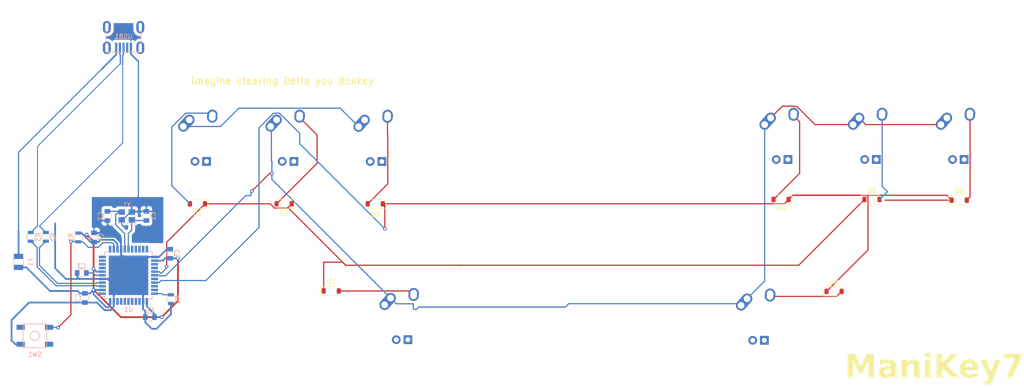
<source format=kicad_pcb>
(kicad_pcb (version 20221018) (generator pcbnew)
  (layers (0 "F.Cu" signal) (31 "B.Cu" signal) (34 "B.Paste" user) (35 "F.Paste" user) (36 "B.SilkS" user "B.Silkscreen") (37 "F.SilkS" user "F.Silkscreen") (38 "B.Mask" user) (39 "F.Mask" user) (44 "Edge.Cuts" user))
  (net 0 "")
  (net 1 "GND")
  (net 2 "+5V")
  (net 3 "ROW0")
  (net 4 "Net-(D1-A)")
  (net 5 "Net-(D2-A)")
  (net 6 "ROW1")
  (net 7 "Net-(D3-A)")
  (net 8 "Net-(D4-A)")
  (net 9 "VCC")
  (net 10 "COL2")
  (net 11 "COL1")
  (net 12 "D+")
  (net 13 "D-")
  (net 14 "Net-(D5-A)")
  (net 15 "Net-(D6-A)")
  (net 16 "Net-(D7-A)")
  (net 17 "Net-(D8-A)")
  (net 18 "col")
  (footprint "Diode_SMD:D_SOD-123" (layer "F.Cu") (at 93.979 103.53675 180)
    (fp_text reference "D1" (at 0 -2) (layer "F.SilkS"))
    (fp_text value "D_Small")
    (pad "1" smd roundrect (at -1.65 0 180) (size 0.9 1.2) (layers "F.Cu" "F.Paste" "F.Mask") (net 3 "ROW0"))
    (pad "2" smd roundrect (at 1.65 0 180) (size 0.9 1.2) (layers "F.Cu" "F.Paste" "F.Mask") (net 4 "Net-(D1-A)"))
  )
  (footprint "MX_Alps_Hybrid:MX-1U" (layer "F.Cu") (at 221.615 88.773)
    (fp_text reference "MX4")
    (fp_text value "MX-NoLED")
    (pad "" np_thru_hole circle (at -5.08 0 48.0996) (size 1.75 1.75) (drill 1.75) (layers "*.Cu" "*.Mask"))
    (pad "" np_thru_hole circle (at 0 0) (size 3.9878 3.9878) (drill 3.9878) (layers "*.Cu" "*.Mask"))
    (pad "" np_thru_hole circle (at 5.08 0 48.0996) (size 1.75 1.75) (drill 1.75) (layers "*.Cu" "*.Mask"))
    (pad "1" thru_hole oval (at -3.81 -2.54 48.0996) (size 4.211556 2.25) (drill 1.47 (offset 0.980778 0)) (layers "*.Cu" "B.Mask") (net 11 "COL1"))
    (pad "1" thru_hole circle (at -2.5 -4) (size 2.25 2.25) (drill 1.47) (layers "*.Cu" "B.Mask") (net 11 "COL1"))
    (pad "2" thru_hole oval (at 2.5 -4.5 86.0548) (size 2.831378 2.25) (drill 1.47 (offset 0.290689 0)) (layers "*.Cu" "B.Mask") (net 8 "Net-(D4-A)"))
    (pad "2" thru_hole circle (at 2.54 -5.08) (size 2.25 2.25) (drill 1.47) (layers "*.Cu" "B.Mask") (net 8 "Net-(D4-A)"))
    (pad "3" thru_hole circle (at -1.27 5.08) (size 1.905 1.905) (drill 1.04) (layers "*.Cu" "B.Mask"))
    (pad "4" thru_hole rect (at 1.27 5.08) (size 1.905 1.905) (drill 1.04) (layers "*.Cu" "B.Mask"))
  )
  (footprint "Diode_SMD:D_SOD-123" (layer "F.Cu") (at 241.2365 102.58425)
    (fp_text reference "D5" (at 0 -2) (layer "F.SilkS"))
    (fp_text value "D_Small")
    (pad "1" smd roundrect (at -1.65 0) (size 0.9 1.2) (layers "F.Cu" "F.Paste" "F.Mask") (net 3 "ROW0"))
    (pad "2" smd roundrect (at 1.65 0) (size 0.9 1.2) (layers "F.Cu" "F.Paste" "F.Mask") (net 14 "Net-(D5-A)"))
  )
  (footprint "MX_Alps_Hybrid:MX-1U" (layer "F.Cu") (at 113.76025 89.18675)
    (fp_text reference "MX2")
    (fp_text value "MX-NoLED")
    (pad "" np_thru_hole circle (at -5.08 0 48.0996) (size 1.75 1.75) (drill 1.75) (layers "*.Cu" "*.Mask"))
    (pad "" np_thru_hole circle (at 0 0) (size 3.9878 3.9878) (drill 3.9878) (layers "*.Cu" "*.Mask"))
    (pad "" np_thru_hole circle (at 5.08 0 48.0996) (size 1.75 1.75) (drill 1.75) (layers "*.Cu" "*.Mask"))
    (pad "1" thru_hole oval (at -3.81 -2.54 48.0996) (size 4.211556 2.25) (drill 1.47 (offset 0.980778 0)) (layers "*.Cu" "B.Mask") (net 11 "COL1"))
    (pad "1" thru_hole circle (at -2.5 -4) (size 2.25 2.25) (drill 1.47) (layers "*.Cu" "B.Mask") (net 11 "COL1"))
    (pad "2" thru_hole oval (at 2.5 -4.5 86.0548) (size 2.831378 2.25) (drill 1.47 (offset 0.290689 0)) (layers "*.Cu" "B.Mask") (net 5 "Net-(D2-A)"))
    (pad "2" thru_hole circle (at 2.54 -5.08) (size 2.25 2.25) (drill 1.47) (layers "*.Cu" "B.Mask") (net 5 "Net-(D2-A)"))
    (pad "3" thru_hole circle (at -1.27 5.08) (size 1.905 1.905) (drill 1.04) (layers "*.Cu" "B.Mask"))
    (pad "4" thru_hole rect (at 1.27 5.08) (size 1.905 1.905) (drill 1.04) (layers "*.Cu" "B.Mask"))
  )
  (footprint "MX_Alps_Hybrid:MX-1U" (layer "F.Cu") (at 132.969 89.2175)
    (fp_text reference "MX3")
    (fp_text value "MX-NoLED")
    (pad "" np_thru_hole circle (at -5.08 0 48.0996) (size 1.75 1.75) (drill 1.75) (layers "*.Cu" "*.Mask"))
    (pad "" np_thru_hole circle (at 0 0) (size 3.9878 3.9878) (drill 3.9878) (layers "*.Cu" "*.Mask"))
    (pad "" np_thru_hole circle (at 5.08 0 48.0996) (size 1.75 1.75) (drill 1.75) (layers "*.Cu" "*.Mask"))
    (pad "1" thru_hole oval (at -3.81 -2.54 48.0996) (size 4.211556 2.25) (drill 1.47 (offset 0.980778 0)) (layers "*.Cu" "B.Mask") (net 10 "COL2"))
    (pad "1" thru_hole circle (at -2.5 -4) (size 2.25 2.25) (drill 1.47) (layers "*.Cu" "B.Mask") (net 10 "COL2"))
    (pad "2" thru_hole oval (at 2.5 -4.5 86.0548) (size 2.831378 2.25) (drill 1.47 (offset 0.290689 0)) (layers "*.Cu" "B.Mask") (net 7 "Net-(D3-A)"))
    (pad "2" thru_hole circle (at 2.54 -5.08) (size 2.25 2.25) (drill 1.47) (layers "*.Cu" "B.Mask") (net 7 "Net-(D3-A)"))
    (pad "3" thru_hole circle (at -1.27 5.08) (size 1.905 1.905) (drill 1.04) (layers "*.Cu" "B.Mask"))
    (pad "4" thru_hole rect (at 1.27 5.08) (size 1.905 1.905) (drill 1.04) (layers "*.Cu" "B.Mask"))
  )
  (footprint "MX_Alps_Hybrid:MX-1U" (layer "F.Cu") (at 240.919 88.773)
    (fp_text reference "MX5")
    (fp_text value "MX-NoLED")
    (pad "" np_thru_hole circle (at -5.08 0 48.0996) (size 1.75 1.75) (drill 1.75) (layers "*.Cu" "*.Mask"))
    (pad "" np_thru_hole circle (at 0 0) (size 3.9878 3.9878) (drill 3.9878) (layers "*.Cu" "*.Mask"))
    (pad "" np_thru_hole circle (at 5.08 0 48.0996) (size 1.75 1.75) (drill 1.75) (layers "*.Cu" "*.Mask"))
    (pad "1" thru_hole oval (at -3.81 -2.54 48.0996) (size 4.211556 2.25) (drill 1.47 (offset 0.980778 0)) (layers "*.Cu" "B.Mask") (net 11 "COL1"))
    (pad "1" thru_hole circle (at -2.5 -4) (size 2.25 2.25) (drill 1.47) (layers "*.Cu" "B.Mask") (net 11 "COL1"))
    (pad "2" thru_hole oval (at 2.5 -4.5 86.0548) (size 2.831378 2.25) (drill 1.47 (offset 0.290689 0)) (layers "*.Cu" "B.Mask") (net 14 "Net-(D5-A)"))
    (pad "2" thru_hole circle (at 2.54 -5.08) (size 2.25 2.25) (drill 1.47) (layers "*.Cu" "B.Mask") (net 14 "Net-(D5-A)"))
    (pad "3" thru_hole circle (at -1.27 5.08) (size 1.905 1.905) (drill 1.04) (layers "*.Cu" "B.Mask"))
    (pad "4" thru_hole rect (at 1.27 5.08) (size 1.905 1.905) (drill 1.04) (layers "*.Cu" "B.Mask"))
  )
  (footprint "Diode_SMD:D_SOD-123" (layer "F.Cu") (at 221.39275 102.58425 180)
    (fp_text reference "D4" (at 0 -2) (layer "F.SilkS"))
    (fp_text value "D_Small" hide)
    (pad "1" smd roundrect (at -1.65 0 180) (size 0.9 1.2) (layers "F.Cu" "F.Paste" "F.Mask") (net 6 "ROW1"))
    (pad "2" smd roundrect (at 1.65 0 180) (size 0.9 1.2) (layers "F.Cu" "F.Paste" "F.Mask") (net 8 "Net-(D4-A)"))
  )
  (footprint "MX_Alps_Hybrid:MX-1U" (layer "F.Cu") (at 138.65225 128.11125)
    (fp_text reference "MX7")
    (fp_text value "MX-NoLED")
    (pad "" np_thru_hole circle (at -5.08 0 48.0996) (size 1.75 1.75) (drill 1.75) (layers "*.Cu" "*.Mask"))
    (pad "" np_thru_hole circle (at 0 0) (size 3.9878 3.9878) (drill 3.9878) (layers "*.Cu" "*.Mask"))
    (pad "" np_thru_hole circle (at 5.08 0 48.0996) (size 1.75 1.75) (drill 1.75) (layers "*.Cu" "*.Mask"))
    (pad "1" thru_hole oval (at -3.81 -2.54 48.0996) (size 4.211556 2.25) (drill 1.47 (offset 0.980778 0)) (layers "*.Cu" "B.Mask") (net 11 "COL1"))
    (pad "1" thru_hole circle (at -2.5 -4) (size 2.25 2.25) (drill 1.47) (layers "*.Cu" "B.Mask") (net 11 "COL1"))
    (pad "2" thru_hole oval (at 2.5 -4.5 86.0548) (size 2.831378 2.25) (drill 1.47 (offset 0.290689 0)) (layers "*.Cu" "B.Mask") (net 16 "Net-(D7-A)"))
    (pad "2" thru_hole circle (at 2.54 -5.08) (size 2.25 2.25) (drill 1.47) (layers "*.Cu" "B.Mask") (net 16 "Net-(D7-A)"))
    (pad "3" thru_hole circle (at -1.27 5.08) (size 1.905 1.905) (drill 1.04) (layers "*.Cu" "B.Mask"))
    (pad "4" thru_hole rect (at 1.27 5.08) (size 1.905 1.905) (drill 1.04) (layers "*.Cu" "B.Mask"))
  )
  (footprint "Diode_SMD:D_SOD-123" (layer "F.Cu") (at 112.904 103.53675 180)
    (fp_text reference "D2" (at 0 -2) (layer "F.SilkS"))
    (fp_text value "D_Small")
    (pad "1" smd roundrect (at -1.65 0 180) (size 0.9 1.2) (layers "F.Cu" "F.Paste" "F.Mask") (net 3 "ROW0"))
    (pad "2" smd roundrect (at 1.65 0 180) (size 0.9 1.2) (layers "F.Cu" "F.Paste" "F.Mask") (net 5 "Net-(D2-A)"))
  )
  (footprint "Diode_SMD:D_SOD-123" (layer "F.Cu") (at 123.191 122.555)
    (fp_text reference "D7" (at 0 -2) (layer "F.SilkS"))
    (fp_text value "D_Small")
    (pad "1" smd roundrect (at -1.65 0) (size 0.9 1.2) (layers "F.Cu" "F.Paste" "F.Mask") (net 3 "ROW0"))
    (pad "2" smd roundrect (at 1.65 0) (size 0.9 1.2) (layers "F.Cu" "F.Paste" "F.Mask") (net 16 "Net-(D7-A)"))
  )
  (footprint "Diode_SMD:D_SOD-123" (layer "F.Cu") (at 132.81025 103.53675 180)
    (fp_text reference "D3" (at -0.0635 -2.3495) (layer "F.SilkS"))
    (fp_text value "D_Small")
    (pad "1" smd roundrect (at -1.65 0 180) (size 0.9 1.2) (layers "F.Cu" "F.Paste" "F.Mask") (net 6 "ROW1"))
    (pad "2" smd roundrect (at 1.65 0 180) (size 0.9 1.2) (layers "F.Cu" "F.Paste" "F.Mask") (net 7 "Net-(D3-A)"))
  )
  (footprint "Diode_SMD:D_SOD-123" (layer "F.Cu") (at 232.959 122.65075)
    (fp_text reference "D8" (at 0 -2) (layer "F.SilkS"))
    (fp_text value "D_Small")
    (pad "1" smd roundrect (at -1.65 0) (size 0.9 1.2) (layers "F.Cu" "F.Paste" "F.Mask") (net 6 "ROW1"))
    (pad "2" smd roundrect (at 1.65 0) (size 0.9 1.2) (layers "F.Cu" "F.Paste" "F.Mask") (net 17 "Net-(D8-A)"))
  )
  (footprint "Diode_SMD:D_SOD-123" (layer "F.Cu") (at 260.2865 102.7325)
    (fp_text reference "D6" (at 0 -2) (layer "F.SilkS"))
    (fp_text value "D_Small")
    (pad "1" smd roundrect (at -1.65 0) (size 0.9 1.2) (layers "F.Cu" "F.Paste" "F.Mask") (net 6 "ROW1"))
    (pad "2" smd roundrect (at 1.65 0) (size 0.9 1.2) (layers "F.Cu" "F.Paste" "F.Mask") (net 15 "Net-(D6-A)"))
  )
  (footprint "MX_Alps_Hybrid:MX-1U" (layer "F.Cu") (at 94.71025 89.18675)
    (fp_text reference "MX1")
    (fp_text value "MX-NoLED")
    (pad "" np_thru_hole circle (at -5.08 0 48.0996) (size 1.75 1.75) (drill 1.75) (layers "*.Cu" "*.Mask"))
    (pad "" np_thru_hole circle (at 0 0) (size 3.9878 3.9878) (drill 3.9878) (layers "*.Cu" "*.Mask"))
    (pad "" np_thru_hole circle (at 5.08 0 48.0996) (size 1.75 1.75) (drill 1.75) (layers "*.Cu" "*.Mask"))
    (pad "1" thru_hole oval (at -3.81 -2.54 48.0996) (size 4.211556 2.25) (drill 1.47 (offset 0.980778 0)) (layers "*.Cu" "B.Mask") (net 10 "COL2"))
    (pad "1" thru_hole circle (at -2.5 -4) (size 2.25 2.25) (drill 1.47) (layers "*.Cu" "B.Mask") (net 10 "COL2"))
    (pad "2" thru_hole oval (at 2.5 -4.5 86.0548) (size 2.831378 2.25) (drill 1.47 (offset 0.290689 0)) (layers "*.Cu" "B.Mask") (net 4 "Net-(D1-A)"))
    (pad "2" thru_hole circle (at 2.54 -5.08) (size 2.25 2.25) (drill 1.47) (layers "*.Cu" "B.Mask") (net 4 "Net-(D1-A)"))
    (pad "3" thru_hole circle (at -1.27 5.08) (size 1.905 1.905) (drill 1.04) (layers "*.Cu" "B.Mask"))
    (pad "4" thru_hole rect (at 1.27 5.08) (size 1.905 1.905) (drill 1.04) (layers "*.Cu" "B.Mask"))
  )
  (footprint "MX_Alps_Hybrid:MX-1U" (layer "F.Cu") (at 216.4715 128.23825)
    (fp_text reference "MX8")
    (fp_text value "MX-NoLED")
    (pad "" np_thru_hole circle (at -5.08 0 48.0996) (size 1.75 1.75) (drill 1.75) (layers "*.Cu" "*.Mask"))
    (pad "" np_thru_hole circle (at 0 0) (size 3.9878 3.9878) (drill 3.9878) (layers "*.Cu" "*.Mask"))
    (pad "" np_thru_hole circle (at 5.08 0 48.0996) (size 1.75 1.75) (drill 1.75) (layers "*.Cu" "*.Mask"))
    (pad "1" thru_hole oval (at -3.81 -2.54 48.0996) (size 4.211556 2.25) (drill 1.47 (offset 0.980778 0)) (layers "*.Cu" "B.Mask") (net 11 "COL1"))
    (pad "1" thru_hole circle (at -2.5 -4) (size 2.25 2.25) (drill 1.47) (layers "*.Cu" "B.Mask") (net 11 "COL1"))
    (pad "2" thru_hole oval (at 2.5 -4.5 86.0548) (size 2.831378 2.25) (drill 1.47 (offset 0.290689 0)) (layers "*.Cu" "B.Mask") (net 17 "Net-(D8-A)"))
    (pad "2" thru_hole circle (at 2.54 -5.08) (size 2.25 2.25) (drill 1.47) (layers "*.Cu" "B.Mask") (net 17 "Net-(D8-A)"))
    (pad "3" thru_hole circle (at -1.27 5.08) (size 1.905 1.905) (drill 1.04) (layers "*.Cu" "B.Mask"))
    (pad "4" thru_hole rect (at 1.27 5.08) (size 1.905 1.905) (drill 1.04) (layers "*.Cu" "B.Mask"))
  )
  (footprint "MX_Alps_Hybrid:MX-1U" (layer "F.Cu") (at 260.096 88.773)
    (fp_text reference "MX6")
    (fp_text value "MX-NoLED")
    (pad "" np_thru_hole circle (at -5.08 0 48.0996) (size 1.75 1.75) (drill 1.75) (layers "*.Cu" "*.Mask"))
    (pad "" np_thru_hole circle (at 0 0) (size 3.9878 3.9878) (drill 3.9878) (layers "*.Cu" "*.Mask"))
    (pad "" np_thru_hole circle (at 5.08 0 48.0996) (size 1.75 1.75) (drill 1.75) (layers "*.Cu" "*.Mask"))
    (pad "1" thru_hole oval (at -3.81 -2.54 48.0996) (size 4.211556 2.25) (drill 1.47 (offset 0.980778 0)) (layers "*.Cu" "B.Mask") (net 11 "COL1"))
    (pad "1" thru_hole circle (at -2.5 -4) (size 2.25 2.25) (drill 1.47) (layers "*.Cu" "B.Mask") (net 11 "COL1"))
    (pad "2" thru_hole oval (at 2.5 -4.5 86.0548) (size 2.831378 2.25) (drill 1.47 (offset 0.290689 0)) (layers "*.Cu" "B.Mask") (net 15 "Net-(D6-A)"))
    (pad "2" thru_hole circle (at 2.54 -5.08) (size 2.25 2.25) (drill 1.47) (layers "*.Cu" "B.Mask") (net 15 "Net-(D6-A)"))
    (pad "3" thru_hole circle (at -1.27 5.08) (size 1.905 1.905) (drill 1.04) (layers "*.Cu" "B.Mask"))
    (pad "4" thru_hole rect (at 1.27 5.08) (size 1.905 1.905) (drill 1.04) (layers "*.Cu" "B.Mask"))
  )
  (footprint "Resistors_SMD:R_0805" (layer "B.Cu") (at 60.8965 110.744 90)
    (fp_text reference "R2" (at 0 1.65 90) (layer "B.SilkS") (effects (justify mirror)))
    (fp_text value "22")
    (pad "1" smd rect (at -0.95 0 90) (size 0.7 1.3) (layers "B.Cu" "B.Paste" "B.Mask"))
    (pad "2" smd rect (at 0.95 0 90) (size 0.7 1.3) (layers "B.Cu" "B.Paste" "B.Mask") (net 12 "D+"))
  )
  (footprint "Crystals:Crystal_SMD_3225-4pin_3.2x2.5mm" (layer "B.Cu") (at 78.5495 106.172 180)
    (fp_text reference "Y1" (at 0 2.45 180) (layer "B.SilkS") (effects (justify mirror)))
    (fp_text value "Crystal_GND24_Small")
    (pad "1" smd rect (at -1.1 -0.85 180) (size 1.4 1.2) (layers "B.Cu" "B.Paste" "B.Mask"))
    (pad "2" smd rect (at 1.1 -0.85 180) (size 1.4 1.2) (layers "B.Cu" "B.Paste" "B.Mask") (net 1 "GND"))
    (pad "3" smd rect (at 1.1 0.85 180) (size 1.4 1.2) (layers "B.Cu" "B.Paste" "B.Mask"))
    (pad "4" smd rect (at -1.1 0.85 180) (size 1.4 1.2) (layers "B.Cu" "B.Paste" "B.Mask") (net 1 "GND"))
  )
  (footprint "Resistors_SMD:R_0805" (layer "B.Cu") (at 88.2015 124.333 90)
    (fp_text reference "R4" (at 0 1.65 90) (layer "B.SilkS") (effects (justify mirror)))
    (fp_text value "10k")
    (pad "1" smd rect (at -0.95 0 90) (size 0.7 1.3) (layers "B.Cu" "B.Paste" "B.Mask") (net 1 "GND"))
    (pad "2" smd rect (at 0.95 0 90) (size 0.7 1.3) (layers "B.Cu" "B.Paste" "B.Mask"))
  )
  (footprint "Capacitors_SMD:C_0805" (layer "B.Cu") (at 69.4055 124.079 -90)
    (fp_text reference "C7" (at 0 1.5 270) (layer "B.SilkS") (effects (justify mirror)))
    (fp_text value "10uF")
    (pad "1" smd rect (at -1 0 270) (size 1 1.25) (layers "B.Cu" "B.Paste" "B.Mask") (net 2 "+5V"))
    (pad "2" smd rect (at 1 0 270) (size 1 1.25) (layers "B.Cu" "B.Paste" "B.Mask") (net 1 "GND"))
  )
  (footprint "Capacitors_SMD:C_0805" (layer "B.Cu") (at 74.32675 106.172 -90)
    (fp_text reference "C2" (at 0 1.5 270) (layer "B.SilkS") (effects (justify mirror)))
    (fp_text value "22pF")
    (pad "1" smd rect (at -1 0 270) (size 1 1.25) (layers "B.Cu" "B.Paste" "B.Mask"))
    (pad "2" smd rect (at 1 0 270) (size 1 1.25) (layers "B.Cu" "B.Paste" "B.Mask") (net 1 "GND"))
  )
  (footprint "Resistors_SMD:R_0805" (layer "B.Cu") (at 57.5945 110.744 90)
    (fp_text reference "R3" (at 0 1.65 90) (layer "B.SilkS") (effects (justify mirror)))
    (fp_text value "22")
    (pad "1" smd rect (at -0.95 0 90) (size 0.7 1.3) (layers "B.Cu" "B.Paste" "B.Mask"))
    (pad "2" smd rect (at 0.95 0 90) (size 0.7 1.3) (layers "B.Cu" "B.Paste" "B.Mask") (net 13 "D-"))
  )
  (footprint "Fuse_Holders_and_Fuses:Fuse_SMD1206_Reflow" (layer "B.Cu") (at 54.9275 116.205 90)
    (fp_text reference "F1" (at -0.1 2.75 90) (layer "B.SilkS") (effects (justify mirror)))
    (fp_text value "500mA")
    (pad "1" smd rect (at -1.2 0) (size 2.03 1.14) (layers "B.Cu" "B.Paste" "B.Mask") (net 2 "+5V"))
    (pad "2" smd rect (at 1.2 0) (size 2.03 1.14) (layers "B.Cu" "B.Paste" "B.Mask") (net 9 "VCC"))
  )
  (footprint "random-keyboard-parts:SKQG-1155865" (layer "B.Cu") (at 58.486501 132.337845 180)
    (fp_text reference "SW1" (at 0 -4.064 180) (layer "B.SilkS") (effects (justify mirror)))
    (fp_text value "SW_Push")
    (pad "1" smd rect (at 3.1 -1.85 180) (size 1.8 1.1) (layers "B.Cu" "B.Paste" "B.Mask") (net 1 "GND"))
    (pad "2" smd rect (at -3.1 1.85 180) (size 1.8 1.1) (layers "B.Cu" "B.Paste" "B.Mask"))
    (pad "3" smd rect (at 3.1 1.85 180) (size 1.8 1.1) (layers "B.Cu" "B.Paste" "B.Mask"))
    (pad "4" smd rect (at -3.1 -1.85 180) (size 1.8 1.1) (layers "B.Cu" "B.Paste" "B.Mask"))
  )
  (footprint "random-keyboard-parts:Molex-0548190589-Assembly" (layer "B.Cu") (at 77.851 64.9605 -90)
    (fp_text reference "USB1" (at 2.032 0 180) (layer "B.SilkS") (effects (justify mirror)))
    (fp_text value "Molex-0548190589")
    (pad "" thru_hole oval (at 0 -3.65 270) (size 2.7 1.7) (drill oval 1.9 0.7) (layers "*.Cu" "*.Mask"))
    (pad "" thru_hole oval (at 0 3.65 270) (size 2.7 1.7) (drill oval 1.9 0.7) (layers "*.Cu" "*.Mask"))
    (pad "" thru_hole oval (at 4.5 -3.65 270) (size 2.7 1.7) (drill oval 1.9 0.7) (layers "*.Cu" "*.Mask"))
    (pad "" thru_hole oval (at 4.5 3.65 270) (size 2.7 1.7) (drill oval 1.9 0.7) (layers "*.Cu" "*.Mask"))
    (pad "1" smd rect (at 4.5 -1.6 270) (size 2.25 0.5) (layers "B.Cu" "B.Paste" "B.Mask") (net 1 "GND"))
    (pad "2" smd rect (at 4.5 -0.8 270) (size 2.25 0.5) (layers "B.Cu" "B.Paste" "B.Mask"))
    (pad "3" smd rect (at 4.5 0 270) (size 2.25 0.5) (layers "B.Cu" "B.Paste" "B.Mask") (net 12 "D+"))
    (pad "4" smd rect (at 4.5 0.8 270) (size 2.25 0.5) (layers "B.Cu" "B.Paste" "B.Mask") (net 13 "D-"))
    (pad "5" smd rect (at 4.5 1.6 270) (size 2.25 0.5) (layers "B.Cu" "B.Paste" "B.Mask") (net 9 "VCC"))
  )
  (footprint "Capacitors_SMD:C_0805" (layer "B.Cu") (at 68.73875 118.618 180)
    (fp_text reference "C3" (at 0 1.5 180) (layer "B.SilkS") (effects (justify mirror)))
    (fp_text value "1uF")
    (pad "1" smd rect (at -1 0 180) (size 1 1.25) (layers "B.Cu" "B.Paste" "B.Mask"))
    (pad "2" smd rect (at 1 0 180) (size 1 1.25) (layers "B.Cu" "B.Paste" "B.Mask") (net 1 "GND"))
  )
  (footprint "Capacitors_SMD:C_0805" (layer "B.Cu") (at 82.83575 106.172 90)
    (fp_text reference "C1" (at 0 1.5 90) (layer "B.SilkS") (effects (justify mirror)))
    (fp_text value "22pF")
    (pad "1" smd rect (at -1 0 90) (size 1 1.25) (layers "B.Cu" "B.Paste" "B.Mask"))
    (pad "2" smd rect (at 1 0 90) (size 1 1.25) (layers "B.Cu" "B.Paste" "B.Mask") (net 1 "GND"))
  )
  (footprint "Housings_QFP:TQFP-44_10x10mm_Pitch0.8mm" (layer "B.Cu") (at 78.9305 119.126)
    (fp_text reference "U1" (at 0 7.45) (layer "B.SilkS") (effects (justify mirror)))
    (fp_text value "ATmega32U4-AU")
    (pad "1" smd rect (at -5.7 4) (size 1.5 0.55) (layers "B.Cu" "B.Paste" "B.Mask"))
    (pad "2" smd rect (at -5.7 3.2) (size 1.5 0.55) (layers "B.Cu" "B.Paste" "B.Mask") (net 2 "+5V"))
    (pad "3" smd rect (at -5.7 2.4) (size 1.5 0.55) (layers "B.Cu" "B.Paste" "B.Mask"))
    (pad "4" smd rect (at -5.7 1.6) (size 1.5 0.55) (layers "B.Cu" "B.Paste" "B.Mask"))
    (pad "5" smd rect (at -5.7 0.8) (size 1.5 0.55) (layers "B.Cu" "B.Paste" "B.Mask") (net 1 "GND"))
    (pad "6" smd rect (at -5.7 0) (size 1.5 0.55) (layers "B.Cu" "B.Paste" "B.Mask"))
    (pad "7" smd rect (at -5.7 -0.8) (size 1.5 0.55) (layers "B.Cu" "B.Paste" "B.Mask") (net 2 "+5V"))
    (pad "8" smd rect (at -5.7 -1.6) (size 1.5 0.55) (layers "B.Cu" "B.Paste" "B.Mask"))
    (pad "9" smd rect (at -5.7 -2.4) (size 1.5 0.55) (layers "B.Cu" "B.Paste" "B.Mask"))
    (pad "10" smd rect (at -5.7 -3.2) (size 1.5 0.55) (layers "B.Cu" "B.Paste" "B.Mask"))
    (pad "11" smd rect (at -5.7 -4) (size 1.5 0.55) (layers "B.Cu" "B.Paste" "B.Mask"))
    (pad "12" smd rect (at -4 -5.7 270) (size 1.5 0.55) (layers "B.Cu" "B.Paste" "B.Mask"))
    (pad "13" smd rect (at -3.2 -5.7 270) (size 1.5 0.55) (layers "B.Cu" "B.Paste" "B.Mask"))
    (pad "14" smd rect (at -2.4 -5.7 270) (size 1.5 0.55) (layers "B.Cu" "B.Paste" "B.Mask") (net 2 "+5V"))
    (pad "15" smd rect (at -1.6 -5.7 270) (size 1.5 0.55) (layers "B.Cu" "B.Paste" "B.Mask") (net 1 "GND"))
    (pad "16" smd rect (at -0.8 -5.7 270) (size 1.5 0.55) (layers "B.Cu" "B.Paste" "B.Mask"))
    (pad "17" smd rect (at 0 -5.7 270) (size 1.5 0.55) (layers "B.Cu" "B.Paste" "B.Mask"))
    (pad "18" smd rect (at 0.8 -5.7 270) (size 1.5 0.55) (layers "B.Cu" "B.Paste" "B.Mask"))
    (pad "19" smd rect (at 1.6 -5.7 270) (size 1.5 0.55) (layers "B.Cu" "B.Paste" "B.Mask"))
    (pad "20" smd rect (at 2.4 -5.7 270) (size 1.5 0.55) (layers "B.Cu" "B.Paste" "B.Mask"))
    (pad "21" smd rect (at 3.2 -5.7 270) (size 1.5 0.55) (layers "B.Cu" "B.Paste" "B.Mask"))
    (pad "22" smd rect (at 4 -5.7 270) (size 1.5 0.55) (layers "B.Cu" "B.Paste" "B.Mask"))
    (pad "23" smd rect (at 5.7 -4) (size 1.5 0.55) (layers "B.Cu" "B.Paste" "B.Mask") (net 1 "GND"))
    (pad "24" smd rect (at 5.7 -3.2) (size 1.5 0.55) (layers "B.Cu" "B.Paste" "B.Mask") (net 2 "+5V"))
    (pad "25" smd rect (at 5.7 -2.4) (size 1.5 0.55) (layers "B.Cu" "B.Paste" "B.Mask"))
    (pad "26" smd rect (at 5.7 -1.6) (size 1.5 0.55) (layers "B.Cu" "B.Paste" "B.Mask"))
    (pad "27" smd rect (at 5.7 -0.8) (size 1.5 0.55) (layers "B.Cu" "B.Paste" "B.Mask") (net 3 "ROW0"))
    (pad "28" smd rect (at 5.7 0) (size 1.5 0.55) (layers "B.Cu" "B.Paste" "B.Mask") (net 11 "COL1"))
    (pad "29" smd rect (at 5.7 0.8) (size 1.5 0.55) (layers "B.Cu" "B.Paste" "B.Mask") (net 18 "col"))
    (pad "30" smd rect (at 5.7 1.6) (size 1.5 0.55) (layers "B.Cu" "B.Paste" "B.Mask") (net 6 "ROW1"))
    (pad "31" smd rect (at 5.7 2.4) (size 1.5 0.55) (layers "B.Cu" "B.Paste" "B.Mask"))
    (pad "32" smd rect (at 5.7 3.2) (size 1.5 0.55) (layers "B.Cu" "B.Paste" "B.Mask"))
    (pad "33" smd rect (at 5.7 4) (size 1.5 0.55) (layers "B.Cu" "B.Paste" "B.Mask"))
    (pad "34" smd rect (at 4 5.7 270) (size 1.5 0.55) (layers "B.Cu" "B.Paste" "B.Mask") (net 2 "+5V"))
    (pad "35" smd rect (at 3.2 5.7 270) (size 1.5 0.55) (layers "B.Cu" "B.Paste" "B.Mask") (net 1 "GND"))
    (pad "36" smd rect (at 2.4 5.7 270) (size 1.5 0.55) (layers "B.Cu" "B.Paste" "B.Mask"))
    (pad "37" smd rect (at 1.6 5.7 270) (size 1.5 0.55) (layers "B.Cu" "B.Paste" "B.Mask"))
    (pad "38" smd rect (at 0.8 5.7 270) (size 1.5 0.55) (layers "B.Cu" "B.Paste" "B.Mask"))
    (pad "39" smd rect (at 0 5.7 270) (size 1.5 0.55) (layers "B.Cu" "B.Paste" "B.Mask"))
    (pad "40" smd rect (at -0.8 5.7 270) (size 1.5 0.55) (layers "B.Cu" "B.Paste" "B.Mask"))
    (pad "41" smd rect (at -1.6 5.7 270) (size 1.5 0.55) (layers "B.Cu" "B.Paste" "B.Mask"))
    (pad "42" smd rect (at -2.4 5.7 270) (size 1.5 0.55) (layers "B.Cu" "B.Paste" "B.Mask"))
    (pad "43" smd rect (at -3.2 5.7 270) (size 1.5 0.55) (layers "B.Cu" "B.Paste" "B.Mask") (net 1 "GND"))
    (pad "44" smd rect (at -4 5.7 270) (size 1.5 0.55) (layers "B.Cu" "B.Paste" "B.Mask") (net 2 "+5V"))
  )
  (footprint "Capacitors_SMD:C_0805" (layer "B.Cu") (at 88.04275 114.427 90)
    (fp_text reference "C5" (at 0 1.5 90) (layer "B.SilkS") (effects (justify mirror)))
    (fp_text value "0.1uF")
    (pad "1" smd rect (at -1 0 90) (size 1 1.25) (layers "B.Cu" "B.Paste" "B.Mask") (net 2 "+5V"))
    (pad "2" smd rect (at 1 0 90) (size 1 1.25) (layers "B.Cu" "B.Paste" "B.Mask") (net 1 "GND"))
  )
  (footprint "Resistors_SMD:R_0805" (layer "B.Cu") (at 67.97675 110.871 -90)
    (fp_text reference "R1" (at 0 1.65 270) (layer "B.SilkS") (effects (justify mirror)))
    (fp_text value "10k")
    (pad "1" smd rect (at -0.95 0 270) (size 0.7 1.3) (layers "B.Cu" "B.Paste" "B.Mask") (net 2 "+5V"))
    (pad "2" smd rect (at 0.95 0 270) (size 0.7 1.3) (layers "B.Cu" "B.Paste" "B.Mask"))
  )
  (footprint "Capacitors_SMD:C_0805" (layer "B.Cu") (at 83.59775 128.27 180)
    (fp_text reference "C6" (at 0 1.5 180) (layer "B.SilkS") (effects (justify mirror)))
    (fp_text value "0.1uF")
    (pad "1" smd rect (at -1 0 180) (size 1 1.25) (layers "B.Cu" "B.Paste" "B.Mask") (net 2 "+5V"))
    (pad "2" smd rect (at 1 0 180) (size 1 1.25) (layers "B.Cu" "B.Paste" "B.Mask") (net 1 "GND"))
  )
  (footprint "Capacitors_SMD:C_0805" (layer "B.Cu") (at 71.40575 110.871 90)
    (fp_text reference "C4" (at 0 1.5 90) (layer "B.SilkS") (effects (justify mirror)))
    (fp_text value "0.1uF")
    (pad "1" smd rect (at -1 0 90) (size 1 1.25) (layers "B.Cu" "B.Paste" "B.Mask") (net 2 "+5V"))
    (pad "2" smd rect (at 1 0 90) (size 1 1.25) (layers "B.Cu" "B.Paste" "B.Mask") (net 1 "GND"))
  )
  (gr_text "ManiKey7\n" (at 235.2675 142.33525) (layer "F.SilkS") (effects (font (size 5.08 5.08) (thickness 0.635) bold italic) (justify left bottom)))
  (gr_text "Imagine clearing Delta you donkey" (at 112.522 76.708) (layer "F.SilkS") (effects (font (size 1.5 1.5) (thickness 0.3))))
  (segment (start 63.5635 130.556) (end 66.3575 127.762) (width 0.254) (layer "F.Cu") (net 0))
  (segment (start 66.3575 127.762) (end 66.3575 111.76) (width 0.254) (layer "F.Cu") (net 0))
  (via (at 66.3575 111.76) (size 0.8) (drill 0.4) (layers "F.Cu" "B.Cu") (net 0))
  (via (at 63.5635 130.556) (size 0.8) (drill 0.4) (layers "F.Cu" "B.Cu") (net 0))
  (segment (start 76.1365 108.077) (end 76.1365 105.918) (width 0.254) (layer "B.Cu") (net 0))
  (segment (start 70.1675 113.03) (end 68.9585 111.821) (width 0.254) (layer "B.Cu") (net 0))
  (segment (start 78.09875 110.03925) (end 76.1365 108.077) (width 0.254) (layer "B.Cu") (net 0))
  (segment (start 73.3425 112.014) (end 72.3265 113.03) (width 0.254) (layer "B.Cu") (net 0))
  (segment (start 86.2325 123.126) (end 86.4895 123.383) (width 0.254) (layer "B.Cu") (net 0))
  (segment (start 75.69875 112.33825) (end 75.3745 112.014) (width 0.254) (layer "B.Cu") (net 0))
  (segment (start 60.8965 111.694) (end 59.4995 113.091) (width 0.254) (layer "B.Cu") (net 0))
  (segment (start 58.9915 117.2845) (end 63.119 121.412) (width 0.254) (layer "B.Cu") (net 0))
  (segment (start 86.4895 123.383) (end 88.2015 123.383) (width 0.254) (layer "B.Cu") (net 0))
  (segment (start 63.119 121.412) (end 71.9585 121.412) (width 0.254) (layer "B.Cu") (net 0))
  (segment (start 76.1365 105.918) (end 76.7325 105.322) (width 0.254) (layer "B.Cu") (net 0))
  (segment (start 72.0725 120.726) (end 73.19875 120.726) (width 0.254) (layer "B.Cu") (net 0))
  (segment (start 79.61775 107.022) (end 79.61775 109.263) (width 0.254) (layer "B.Cu") (net 0))
  (segment (start 57.5945 111.694) (end 58.9915 113.091) (width 0.254) (layer "B.Cu") (net 0))
  (segment (start 75.69875 113.426) (end 75.69875 112.33825) (width 0.254) (layer "B.Cu") (net 0))
  (segment (start 63.495345 130.487845) (end 63.5635 130.556) (width 0.254) (layer "B.Cu") (net 0))
  (segment (start 79.76775 107.172) (end 79.61775 107.022) (width 0.254) (layer "B.Cu") (net 0))
  (segment (start 71.1835 118.618) (end 69.73875 118.618) (width 0.254) (layer "B.Cu") (net 0))
  (segment (start 58.9915 113.091) (end 58.9915 117.2845) (width 0.254) (layer "B.Cu") (net 0))
  (segment (start 77.26775 105.172) (end 77.41775 105.322) (width 0.254) (layer "B.Cu") (net 0))
  (segment (start 74.32675 105.172) (end 77.26775 105.172) (width 0.254) (layer "B.Cu") (net 0))
  (segment (start 61.586501 130.487845) (end 63.495345 130.487845) (width 0.254) (layer "B.Cu") (net 0))
  (segment (start 68.9585 111.821) (end 67.97675 111.821) (width 0.254) (layer "B.Cu") (net 0))
  (segment (start 63.4365 120.904) (end 71.8945 120.904) (width 0.254) (layer "B.Cu") (net 0))
  (segment (start 78.89875 113.426) (end 78.89875 109.982) (width 0.254) (layer "B.Cu") (net 0))
  (segment (start 59.4995 116.967) (end 63.4365 120.904) (width 0.254) (layer "B.Cu") (net 0))
  (segment (start 82.83575 107.172) (end 79.76775 107.172) (width 0.254) (layer "B.Cu") (net 0))
  (segment (start 71.8945 120.904) (end 72.0725 120.726) (width 0.254) (layer "B.Cu") (net 0))
  (segment (start 78.09875 113.426) (end 78.09875 110.03925) (width 0.254) (layer "B.Cu") (net 0))
  (segment (start 73.19875 119.126) (end 71.6915 119.126) (width 0.254) (layer "B.Cu") (net 0))
  (segment (start 71.9585 121.412) (end 72.0725 121.526) (width 0.254) (layer "B.Cu") (net 0))
  (segment (start 71.6915 119.126) (end 71.1835 118.618) (width 0.254) (layer "B.Cu") (net 0))
  (segment (start 67.91575 111.76) (end 67.97675 111.821) (width 0.254) (layer "B.Cu") (net 0))
  (segment (start 84.59875 123.126) (end 86.2325 123.126) (width 0.254) (layer "B.Cu") (net 0))
  (segment (start 76.7325 105.322) (end 77.41775 105.322) (width 0.254) (layer "B.Cu") (net 0))
  (segment (start 75.3745 112.014) (end 73.3425 112.014) (width 0.254) (layer "B.Cu") (net 0))
  (segment (start 79.61775 109.263) (end 78.89875 109.982) (width 0.254) (layer "B.Cu") (net 0))
  (segment (start 66.3575 111.76) (end 67.91575 111.76) (width 0.254) (layer "B.Cu") (net 0))
  (segment (start 72.0725 121.526) (end 73.19875 121.526) (width 0.254) (layer "B.Cu") (net 0))
  (segment (start 72.3265 113.03) (end 70.1675 113.03) (width 0.254) (layer "B.Cu") (net 0))
  (segment (start 59.4995 113.091) (end 59.4995 116.967) (width 0.254) (layer "B.Cu") (net 0))
  (segment (start 81.0895 72.4535) (end 81.0895 101.854) (width 0.254) (layer "B.Cu") (net 1))
  (segment (start 67.73875 119.49125) (end 67.73875 118.618) (width 0.381) (layer "B.Cu") (net 1))
  (segment (start 81.0895 101.854) (end 79.1845 103.759) (width 0.254) (layer "B.Cu") (net 1))
  (segment (start 77.6741 107.022) (end 79.3741 105.322) (width 0.254) (layer "B.Cu") (net 1))
  (segment (start 77.29875 113.426) (end 77.29875 114.57325) (width 0.381) (layer "B.Cu") (net 1))
  (segment (start 85.5975 115.126) (end 84.59875 115.126) (width 0.381) (layer "B.Cu") (net 1))
  (segment (start 76.0095 110.744) (end 77.29875 112.03325) (width 0.381) (layer "B.Cu") (net 1))
  (segment (start 79.1845 103.759) (end 73.0885 103.759) (width 0.381) (layer "B.Cu") (net 1))
  (segment (start 79.451 69.4605) (end 79.451 70.815) (width 0.381) (layer "B.Cu") (net 1))
  (segment (start 80.90575 121.22825) (end 75.69875 121.22825) (width 0.381) (layer "B.Cu") (net 1))
  (segment (start 82.09875 124.826) (end 82.09875 126.48525) (width 0.381) (layer "B.Cu") (net 1))
  (segment (start 72.0565 125.079) (end 69.4055 125.079) (width 0.381) (layer "B.Cu") (net 1))
  (segment (start 75.69875 121.22825) (end 74.3965 119.926) (width 0.381) (layer "B.Cu") (net 1))
  (segment (start 82.59775 129.39725) (end 82.59775 128.27) (width 0.381) (layer "B.Cu") (net 1))
  (segment (start 73.1995 107.172) (end 74.32675 107.172) (width 0.381) (layer "B.Cu") (net 1))
  (segment (start 53.4035 133.35) (end 53.4035 128.905) (width 0.381) (layer "B.Cu") (net 1))
  (segment (start 75.69875 124.826) (end 75.69875 126.04075) (width 0.381) (layer "B.Cu") (net 1))
  (segment (start 82.59775 126.98425) (end 82.59775 128.27) (width 0.381) (layer "B.Cu") (net 1))
  (segment (start 88.2015 125.283) (end 88.2015 127.635) (width 0.381) (layer "B.Cu") (net 1))
  (segment (start 55.386501 134.187845) (end 54.241345 134.187845) (width 0.381) (layer "B.Cu") (net 1))
  (segment (start 74.3965 119.926) (end 73.19875 119.926) (width 0.381) (layer "B.Cu") (net 1))
  (segment (start 62.9285 107.823) (end 62.9285 117.602) (width 0.381) (layer "B.Cu") (net 1))
  (segment (start 62.9285 117.602) (end 65.2525 119.926) (width 0.381) (layer "B.Cu") (net 1))
  (segment (start 77.29875 111.01725) (end 77.29875 112.141) (width 0.381) (layer "B.Cu") (net 1))
  (segment (start 88.2015 127.635) (end 85.0265 130.81) (width 0.381) (layer "B.Cu") (net 1))
  (segment (start 79.76775 105.172) (end 79.61775 105.322) (width 0.381) (layer "B.Cu") (net 1))
  (segment (start 74.32675 108.04525) (end 77.29875 111.01725) (width 0.381) (layer "B.Cu") (net 1))
  (segment (start 72.7075 104.14) (end 72.7075 106.68) (width 0.381) (layer "B.Cu") (net 1))
  (segment (start 88.04275 113.427) (end 87.2965 113.427) (width 0.381) (layer "B.Cu") (net 1))
  (segment (start 82.09875 122.42125) (end 80.90575 121.22825) (width 0.381) (layer "B.Cu") (net 1))
  (segment (start 73.7235 126.746) (end 72.0565 125.079) (width 0.381) (layer "B.Cu") (net 1))
  (segment (start 54.241345 134.187845) (end 53.4035 133.35) (width 0.381) (layer "B.Cu") (net 1))
  (segment (start 75.69875 124.826) (end 75.69875 121.22825) (width 0.381) (layer "B.Cu") (net 1))
  (segment (start 74.32675 107.172) (end 74.32675 108.04525) (width 0.381) (layer "B.Cu") (net 1))
  (segment (start 87.2965 113.427) (end 85.5975 115.126) (width 0.381) (layer "B.Cu") (net 1))
  (segment (start 82.09875 126.48525) (end 82.59775 126.98425) (width 0.381) (layer "B.Cu") (net 1))
  (segment (start 82.4225 115.126) (end 80.90575 116.64275) (width 0.381) (layer "B.Cu") (net 1))
  (segment (start 72.2155 109.871) (end 73.0885 110.744) (width 0.381) (layer "B.Cu") (net 1))
  (segment (start 77.29875 112.03325) (end 77.29875 112.141) (width 0.381) (layer "B.Cu") (net 1))
  (segment (start 77.41775 107.022) (end 77.6741 107.022) (width 0.381) (layer "B.Cu") (net 1))
  (segment (start 82.09875 124.826) (end 82.09875 122.42125) (width 0.381) (layer "B.Cu") (net 1))
  (segment (start 72.7075 106.68) (end 73.1995 107.172) (width 0.381) (layer "B.Cu") (net 1))
  (segment (start 79.61775 105.322) (end 79.61775 104.19225) (width 0.381) (layer "B.Cu") (net 1))
  (segment (start 73.0885 103.759) (end 72.7075 104.14) (width 0.381) (layer "B.Cu") (net 1))
  (segment (start 53.4035 128.905) (end 57.2295 125.079) (width 0.381) (layer "B.Cu") (net 1))
  (segment (start 68.1735 119.926) (end 67.73875 119.49125) (width 0.381) (layer "B.Cu") (net 1))
  (segment (start 82.83575 105.172) (end 79.76775 105.172) (width 0.381) (layer "B.Cu") (net 1))
  (segment (start 79.451 70.815) (end 81.0895 72.4535) (width 0.381) (layer "B.Cu") (net 1))
  (segment (start 71.40575 109.871) (end 72.2155 109.871) (width 0.381) (layer "B.Cu") (net 1))
  (segment (start 74.9935 126.746) (end 73.7235 126.746) (width 0.381) (layer "B.Cu") (net 1))
  (segment (start 77.29875 112.141) (end 77.29875 113.426) (width 0.381) (layer "B.Cu") (net 1))
  (segment (start 73.0885 110.744) (end 76.0095 110.744) (width 0.381) (layer "B.Cu") (net 1))
  (segment (start 65.2525 119.926) (end 68.1735 119.926) (width 0.381) (layer "B.Cu") (net 1))
  (segment (start 77.29875 114.57325) (end 79.36825 116.64275) (width 0.381) (layer "B.Cu") (net 1))
  (segment (start 79.36825 116.64275) (end 80.90575 116.64275) (width 0.381) (layer "B.Cu") (net 1))
  (segment (start 85.0265 130.81) (end 84.0105 130.81) (width 0.381) (layer "B.Cu") (net 1))
  (segment (start 75.69875 126.04075) (end 74.9935 126.746) (width 0.381) (layer "B.Cu") (net 1))
  (segment (start 79.3741 105.322) (end 79.61775 105.322) (width 0.381) (layer "B.Cu") (net 1))
  (segment (start 84.59875 115.126) (end 82.4225 115.126) (width 0.381) (layer "B.Cu") (net 1))
  (segment (start 73.19875 119.926) (end 68.1735 119.926) (width 0.381) (layer "B.Cu") (net 1))
  (segment (start 80.90575 116.64275) (end 80.90575 121.22825) (width 0.381) (layer "B.Cu") (net 1))
  (segment (start 57.2295 125.079) (end 69.4055 125.079) (width 0.381) (layer "B.Cu") (net 1))
  (segment (start 79.61775 104.19225) (end 79.1845 103.759) (width 0.381) (layer "B.Cu") (net 1))
  (segment (start 84.0105 130.81) (end 82.59775 129.39725) (width 0.381) (layer "B.Cu") (net 1))
  (segment (start 71.3105 111.76) (end 69.7865 110.236) (width 0.381) (layer "F.Cu") (net 2))
  (segment (start 89.7255 124.714) (end 86.1695 128.27) (width 0.381) (layer "F.Cu") (net 2))
  (segment (start 71.3105 117.729) (end 71.3105 111.76) (width 0.381) (layer "F.Cu") (net 2))
  (segment (start 77.2795 128.27) (end 71.3105 122.301) (width 0.381) (layer "F.Cu") (net 2))
  (segment (start 71.3105 117.729) (end 71.3105 119.507) (width 0.381) (layer "F.Cu") (net 2))
  (segment (start 71.3105 119.507) (end 71.3105 122.301) (width 0.381) (layer "F.Cu") (net 2))
  (segment (start 89.7255 115.443) (end 89.7255 124.714) (width 0.381) (layer "F.Cu") (net 2))
  (segment (start 86.1695 128.27) (end 77.2795 128.27) (width 0.381) (layer "F.Cu") (net 2))
  (via (at 89.7255 115.443) (size 0.8) (drill 0.4) (layers "F.Cu" "B.Cu") (net 2))
  (via (at 71.3105 122.301) (size 0.8) (drill 0.4) (layers "F.Cu" "B.Cu") (net 2))
  (via (at 71.3105 117.729) (size 0.8) (drill 0.4) (layers "F.Cu" "B.Cu") (net 2))
  (via (at 86.1695 128.27) (size 0.8) (drill 0.4) (layers "F.Cu" "B.Cu") (net 2))
  (via (at 69.7865 110.236) (size 0.8) (drill 0.4) (layers "F.Cu" "B.Cu") (net 2))
  (segment (start 82.89875 125.88825) (end 84.59775 127.58725) (width 0.381) (layer "B.Cu") (net 2))
  (segment (start 70.6595 111.871) (end 69.7865 110.998) (width 0.381) (layer "B.Cu") (net 2))
  (segment (start 74.1045 126.111) (end 74.6125 126.111) (width 0.381) (layer "B.Cu") (net 2))
  (segment (start 73.19875 118.326) (end 71.9075 118.326) (width 0.381) (layer "B.Cu") (net 2))
  (segment (start 71.40575 111.871) (end 72.3425 111.871) (width 0.381) (layer "B.Cu") (net 2))
  (segment (start 61.7855 122.555) (end 56.6355 117.405) (width 0.381) (layer "B.Cu") (net 2))
  (segment (start 74.6125 126.111) (end 74.89875 125.82475) (width 0.381) (layer "B.Cu") (net 2))
  (segment (start 71.3105 123.317) (end 74.1045 126.111) (width 0.381) (layer "B.Cu") (net 2))
  (segment (start 84.59775 127.58725) (end 84.59775 128.27) (width 0.381) (layer "B.Cu") (net 2))
  (segment (start 71.9075 118.326) (end 71.3105 117.729) (width 0.381) (layer "B.Cu") (net 2))
  (segment (start 69.4055 123.079) (end 70.5325 123.079) (width 0.381) (layer "B.Cu") (net 2))
  (segment (start 89.7095 115.427) (end 89.7255 115.443) (width 0.381) (layer "B.Cu") (net 2))
  (segment (start 71.40575 111.871) (end 70.6595 111.871) (width 0.381) (layer "B.Cu") (net 2))
  (segment (start 69.4055 123.079) (end 68.3895 123.079) (width 0.381) (layer "B.Cu") (net 2))
  (segment (start 84.59775 128.27) (end 86.1695 128.27) (width 0.381) (layer "B.Cu") (net 2))
  (segment (start 71.3105 122.301) (end 73.17375 122.301) (width 0.381) (layer "B.Cu") (net 2))
  (segment (start 70.5325 123.079) (end 71.3105 122.301) (width 0.381) (layer "B.Cu") (net 2))
  (segment (start 68.7095 109.921) (end 67.97675 109.921) (width 0.381) (layer "B.Cu") (net 2))
  (segment (start 56.6355 117.405) (end 54.9275 117.405) (width 0.381) (layer "B.Cu") (net 2))
  (segment (start 61.7855 122.555) (end 67.8655 122.555) (width 0.381) (layer "B.Cu") (net 2))
  (segment (start 67.8655 122.555) (end 68.3895 123.079) (width 0.381) (layer "B.Cu") (net 2))
  (segment (start 86.9225 115.427) (end 86.4235 115.926) (width 0.381) (layer "B.Cu") (net 2))
  (segment (start 74.89875 125.82475) (end 74.89875 124.826) (width 0.381) (layer "B.Cu") (net 2))
  (segment (start 82.89875 124.826) (end 82.89875 125.88825) (width 0.381) (layer "B.Cu") (net 2))
  (segment (start 84.59875 115.926) (end 86.4235 115.926) (width 0.381) (layer "B.Cu") (net 2))
  (segment (start 75.6285 111.379) (end 76.49875 112.24925) (width 0.381) (layer "B.Cu") (net 2))
  (segment (start 88.04275 115.427) (end 86.9225 115.427) (width 0.381) (layer "B.Cu") (net 2))
  (segment (start 73.17375 122.301) (end 73.19875 122.326) (width 0.381) (layer "B.Cu") (net 2))
  (segment (start 69.7865 110.236) (end 69.7865 110.998) (width 0.381) (layer "B.Cu") (net 2))
  (segment (start 69.7865 110.998) (end 68.7095 109.921) (width 0.381) (layer "B.Cu") (net 2))
  (segment (start 71.3105 122.301) (end 71.3105 123.317) (width 0.381) (layer "B.Cu") (net 2))
  (segment (start 76.49875 112.24925) (end 76.49875 113.426) (width 0.381) (layer "B.Cu") (net 2))
  (segment (start 88.04275 115.427) (end 89.7095 115.427) (width 0.381) (layer "B.Cu") (net 2))
  (segment (start 72.3425 111.871) (end 72.8345 111.379) (width 0.381) (layer "B.Cu") (net 2))
  (segment (start 72.8345 111.379) (end 75.6285 111.379) (width 0.381) (layer "B.Cu") (net 2))
  (segment (start 95.629 103.53675) (end 109.873354 103.53675) (width 0.254) (layer "F.Cu") (net 3))
  (segment (start 126.33525 116.93725) (end 151.41575 116.93725) (width 0.254) (layer "F.Cu") (net 3))
  (segment (start 109.873354 103.53675) (end 110.800354 104.46375) (width 0.254) (layer "F.Cu") (net 3))
  (segment (start 126.1745 116.7765) (end 126.33525 116.93725) (width 0.254) (layer "F.Cu") (net 3))
  (segment (start 113.744375 104.346375) (end 126.1745 116.7765) (width 0.254) (layer "F.Cu") (net 3))
  (segment (start 151.41775 116.93525) (end 225.2355 116.93525) (width 0.254) (layer "F.Cu") (net 3))
  (segment (start 121.541 116.2685) (end 125.6665 116.2685) (width 0.254) (layer "F.Cu") (net 3))
  (segment (start 113.627 104.46375) (end 113.744375 104.346375) (width 0.254) (layer "F.Cu") (net 3))
  (segment (start 113.744375 104.346375) (end 114.554 103.53675) (width 0.254) (layer "F.Cu") (net 3))
  (segment (start 151.41575 116.93725) (end 151.41775 116.93525) (width 0.254) (layer "F.Cu") (net 3))
  (segment (start 110.800354 104.46375) (end 113.627 104.46375) (width 0.254) (layer "F.Cu") (net 3))
  (segment (start 87.249 111.91675) (end 95.629 103.53675) (width 0.254) (layer "F.Cu") (net 3))
  (segment (start 126.33525 116.93725) (end 126.33525 117.094) (width 0.254) (layer "F.Cu") (net 3))
  (segment (start 225.2355 116.93525) (end 239.5865 102.58425) (width 0.254) (layer "F.Cu") (net 3))
  (segment (start 121.541 116.2685) (end 121.541 122.555) (width 0.254) (layer "F.Cu") (net 3))
  (segment (start 125.6665 116.2685) (end 126.1745 116.7765) (width 0.254) (layer "F.Cu") (net 3))
  (segment (start 87.249 117.221) (end 87.249 111.91675) (width 0.254) (layer "F.Cu") (net 3))
  (via (at 87.249 117.221) (size 0.8) (drill 0.4) (layers "F.Cu" "B.Cu") (net 3))
  (segment (start 87.249 117.5385) (end 87.249 117.221) (width 0.254) (layer "B.Cu") (net 3))
  (segment (start 86.0425 118.745) (end 87.249 117.5385) (width 0.254) (layer "B.Cu") (net 3))
  (segment (start 84.59875 118.326) (end 85.6235 118.326) (width 0.254) (layer "B.Cu") (net 3))
  (segment (start 85.6235 118.326) (end 86.0425 118.745) (width 0.254) (layer "B.Cu") (net 3))
  (segment (start 91.39825 83.73475) (end 88.37825 86.75475) (width 0.254) (layer "B.Cu") (net 4))
  (segment (start 88.37825 86.75475) (end 88.37825 99.55425) (width 0.254) (layer "B.Cu") (net 4))
  (segment (start 96.25825 83.73475) (end 91.39825 83.73475) (width 0.254) (layer "B.Cu") (net 4))
  (segment (start 88.37825 99.55425) (end 92.329 103.505) (width 0.254) (layer "B.Cu") (net 4))
  (segment (start 97.21025 84.68675) (end 96.25825 83.73475) (width 0.254) (layer "B.Cu") (net 4))
  (segment (start 120.09225 88.51875) (end 116.26025 84.68675) (width 0.254) (layer "F.Cu") (net 5))
  (segment (start 111.254 103.53675) (end 120.09225 94.6985) (width 0.254) (layer "F.Cu") (net 5))
  (segment (start 120.09225 94.6985) (end 120.09225 88.51875) (width 0.254) (layer "F.Cu") (net 5))
  (segment (start 134.5935 103.67) (end 134.46025 103.53675) (width 0.254) (layer "F.Cu") (net 6))
  (segment (start 222.360625 103.266375) (end 222.11575 103.51125) (width 0.254) (layer "F.Cu") (net 6))
  (segment (start 257.56125 101.65725) (end 258.6365 102.7325) (width 0.254) (layer "F.Cu") (net 6))
  (segment (start 223.96975 101.65725) (end 222.360625 103.266375) (width 0.254) (layer "F.Cu") (net 6))
  (segment (start 134.48575 103.51125) (end 134.46025 103.53675) (width 0.254) (layer "F.Cu") (net 6))
  (segment (start 240.040146 101.65725) (end 223.96975 101.65725) (width 0.254) (layer "F.Cu") (net 6))
  (segment (start 231.309 122.65075) (end 240.3635 113.59625) (width 0.254) (layer "F.Cu") (net 6))
  (segment (start 223.04275 102.58425) (end 222.360625 103.266375) (width 0.254) (layer "F.Cu") (net 6))
  (segment (start 240.3635 101.980604) (end 240.040146 101.65725) (width 0.254) (layer "F.Cu") (net 6))
  (segment (start 134.46025 103.53675) (end 134.874 103.9505) (width 0.254) (layer "F.Cu") (net 6))
  (segment (start 223.04275 102.58425) (end 223.96975 101.65725) (width 0.254) (layer "F.Cu") (net 6))
  (segment (start 134.874 103.9505) (end 134.874 108.966) (width 0.254) (layer "F.Cu") (net 6))
  (segment (start 223.96975 101.65725) (end 257.56125 101.65725) (width 0.254) (layer "F.Cu") (net 6))
  (segment (start 244.13825 102.7325) (end 258.6365 102.7325) (width 0.254) (layer "F.Cu") (net 6))
  (segment (start 222.11575 103.51125) (end 134.48575 103.51125) (width 0.254) (layer "F.Cu") (net 6))
  (segment (start 240.3635 113.59625) (end 240.3635 101.980604) (width 0.254) (layer "F.Cu") (net 6))
  (via (at 134.874 108.966) (size 0.8) (drill 0.4) (layers "F.Cu" "B.Cu") (net 6))
  (segment (start 95.8575 120.269) (end 107.42825 108.69825) (width 0.254) (layer "B.Cu") (net 6))
  (segment (start 85.5855 120.726) (end 86.0425 120.269) (width 0.254) (layer "B.Cu") (net 6))
  (segment (start 107.42825 108.69825) (end 107.42825 86.922327) (width 0.254) (layer "B.Cu") (net 6))
  (segment (start 116.30975 88.139823) (end 116.30975 90.40175) (width 0.254) (layer "B.Cu") (net 6))
  (segment (start 107.42825 86.922327) (end 110.581182 83.769395) (width 0.254) (layer "B.Cu") (net 6))
  (segment (start 112.677607 84.50768) (end 116.30975 88.139823) (width 0.254) (layer "B.Cu") (net 6))
  (segment (start 84.59875 120.726) (end 85.5855 120.726) (width 0.254) (layer "B.Cu") (net 6))
  (segment (start 86.0425 120.269) (end 95.8575 120.269) (width 0.254) (layer "B.Cu") (net 6))
  (segment (start 111.782299 83.704354) (end 112.677607 84.50768) (width 0.254) (layer "B.Cu") (net 6))
  (segment (start 116.30975 90.40175) (end 134.874 108.966) (width 0.254) (layer "B.Cu") (net 6))
  (segment (start 110.581182 83.769395) (end 111.782299 83.704354) (width 0.254) (layer "B.Cu") (net 6))
  (segment (start 135.5185 88.457595) (end 135.5185 99.1785) (width 0.254) (layer "F.Cu") (net 7))
  (segment (start 135.469 88.408095) (end 135.5185 88.457595) (width 0.254) (layer "F.Cu") (net 7))
  (segment (start 135.469 84.7175) (end 135.469 88.408095) (width 0.254) (layer "F.Cu") (net 7))
  (segment (start 135.5185 99.1785) (end 131.16025 103.53675) (width 0.254) (layer "F.Cu") (net 7))
  (segment (start 225.443 96.884) (end 225.443 85.601) (width 0.254) (layer "F.Cu") (net 8))
  (segment (start 225.443 85.601) (end 224.115 84.273) (width 0.254) (layer "F.Cu") (net 8))
  (segment (start 219.74275 102.58425) (end 225.443 96.884) (width 0.254) (layer "F.Cu") (net 8))
  (segment (start 76.251 70.942) (end 76.251 69.4605) (width 0.381) (layer "B.Cu") (net 9))
  (segment (start 73.0885 74.1045) (end 73.152 74.041) (width 0.381) (layer "B.Cu") (net 9))
  (segment (start 54.9275 115.005) (end 54.9275 109.474) (width 0.381) (layer "B.Cu") (net 9))
  (segment (start 54.9275 92.2655) (end 73.152 74.041) (width 0.254) (layer "B.Cu") (net 9))
  (segment (start 73.152 74.041) (end 76.251 70.942) (width 0.381) (layer "B.Cu") (net 9))
  (segment (start 54.9275 109.474) (end 54.9275 92.2655) (width 0.254) (layer "B.Cu") (net 9))
  (segment (start 99.020845 86.64675) (end 103.012845 82.65475) (width 0.254) (layer "B.Cu") (net 10))
  (segment (start 125.13625 82.65475) (end 129.159 86.6775) (width 0.254) (layer "B.Cu") (net 10))
  (segment (start 90.90025 86.64675) (end 99.020845 86.64675) (width 0.254) (layer "B.Cu") (net 10))
  (segment (start 103.012845 82.65475) (end 125.13625 82.65475) (width 0.254) (layer "B.Cu") (net 10))
  (segment (start 228.802093 86.233) (end 224.854914 82.285821) (width 0.254) (layer "F.Cu") (net 11))
  (segment (start 239.879 86.233) (end 238.419 84.773) (width 0.254) (layer "F.Cu") (net 11))
  (segment (start 256.286 86.233) (end 239.879 86.233) (width 0.254) (layer "F.Cu") (net 11))
  (segment (start 224.854914 82.285821) (end 223.654888 82.203061) (width 0.254) (layer "F.Cu") (net 11))
  (segment (start 237.109 86.233) (end 228.802093 86.233) (width 0.254) (layer "F.Cu") (net 11))
  (segment (start 109.728 96.901) (end 110.236 96.901) (width 0.254) (layer "F.Cu") (net 11))
  (segment (start 223.654888 82.203061) (end 221.684939 82.203061) (width 0.254) (layer "F.Cu") (net 11))
  (segment (start 221.684939 82.203061) (end 219.115 84.773) (width 0.254) (layer "F.Cu") (net 11))
  (segment (start 105.918 100.711) (end 109.728 96.901) (width 0.254) (layer "F.Cu") (net 11))
  (via (at 105.918 100.711) (size 0.8) (drill 0.4) (layers "F.Cu" "B.Cu") (net 11))
  (via (at 110.236 96.901) (size 0.8) (drill 0.4) (layers "F.Cu" "B.Cu") (net 11))
  (segment (start 213.9715 124.23825) (end 217.805 120.40475) (width 0.254) (layer "B.Cu") (net 11))
  (segment (start 84.59875 119.126) (end 85.6615 119.126) (width 0.254) (layer "B.Cu") (net 11))
  (segment (start 137.39 125.349) (end 136.15225 124.11125) (width 0.254) (layer "B.Cu") (net 11))
  (segment (start 175.03175 125.332) (end 174.302 126.06175) (width 0.254) (layer "B.Cu") (net 11))
  (segment (start 110.236 96.901) (end 110.236 94.22625) (width 0.254) (layer "B.Cu") (net 11))
  (segment (start 104.521 101.727) (end 105.664 101.727) (width 0.254) (layer "B.Cu") (net 11))
  (segment (start 217.805 120.40475) (end 217.805 86.233) (width 0.254) (layer "B.Cu") (net 11))
  (segment (start 111.26025 85.18675) (end 110.13525 86.31175) (width 0.254) (layer "B.Cu") (net 11))
  (segment (start 141.100875 126.368875) (end 141.100875 125.349) (width 0.254) (layer "B.Cu") (net 11))
  (segment (start 110.236 98.195) (end 136.15225 124.11125) (width 0.254) (layer "B.Cu") (net 11))
  (segment (start 142.28925 126.06175) (end 141.732 126.619) (width 0.254) (layer "B.Cu") (net 11))
  (segment (start 174.302 126.06175) (end 142.28925 126.06175) (width 0.254) (layer "B.Cu") (net 11))
  (segment (start 105.664 100.965) (end 105.918 100.711) (width 0.254) (layer "B.Cu") (net 11))
  (segment (start 141.351 126.619) (end 141.100875 126.368875) (width 0.254) (layer "B.Cu") (net 11))
  (segment (start 141.732 126.619) (end 141.351 126.619) (width 0.254) (layer "B.Cu") (net 11))
  (segment (start 85.6615 119.126) (end 85.7885 119.253) (width 0.254) (layer "B.Cu") (net 11))
  (segment (start 212.29525 125.332) (end 175.03175 125.332) (width 0.254) (layer "B.Cu") (net 11))
  (segment (start 110.13525 86.31175) (end 110.13525 92.075) (width 0.254) (layer "B.Cu") (net 11))
  (segment (start 141.100875 125.349) (end 137.39 125.349) (width 0.254) (layer "B.Cu") (net 11))
  (segment (start 86.995 119.253) (end 104.521 101.727) (width 0.254) (layer "B.Cu") (net 11))
  (segment (start 110.13525 92.075) (end 110.13525 94.1255) (width 0.254) (layer "B.Cu") (net 11))
  (segment (start 85.7885 119.253) (end 86.995 119.253) (width 0.254) (layer "B.Cu") (net 11))
  (segment (start 105.664 101.727) (end 105.664 100.965) (width 0.254) (layer "B.Cu") (net 11))
  (segment (start 110.236 94.22625) (end 110.13525 94.1255) (width 0.254) (layer "B.Cu") (net 11))
  (segment (start 110.236 96.901) (end 110.236 98.195) (width 0.254) (layer "B.Cu") (net 11))
  (segment (start 77.6605 71.0565) (end 77.6605 73.0275) (width 0.254) (layer "B.Cu") (net 12))
  (segment (start 77.851 70.9295) (end 77.7875 70.9295) (width 0.254) (layer "B.Cu") (net 12))
  (segment (start 59.69 108.5875) (end 60.8965 109.794) (width 0.254) (layer "B.Cu") (net 12))
  (segment (start 77.7875 70.9295) (end 77.6605 71.0565) (width 0.254) (layer "B.Cu") (net 12))
  (segment (start 59.4995 108.397) (end 59.69 108.5875) (width 0.254) (layer "B.Cu") (net 12))
  (segment (start 77.6605 90.236) (end 77.6605 73.0275) (width 0.2) (layer "B.Cu") (net 12))
  (segment (start 77.851 69.4605) (end 77.851 70.9295) (width 0.254) (layer "B.Cu") (net 12))
  (segment (start 59.4995 108.397) (end 77.6605 90.236) (width 0.2) (layer "B.Cu") (net 12))
  (segment (start 58.6765 108.712) (end 57.5945 109.794) (width 0.254) (layer "B.Cu") (net 13))
  (segment (start 59.0725 90.978) (end 59.0725 108.316) (width 0.2) (layer "B.Cu") (net 13))
  (segment (start 77.1525 72.898) (end 77.1525 73.0275) (width 0.254) (layer "B.Cu") (net 13))
  (segment (start 77.051 69.4605) (end 77.051 70.9295) (width 0.254) (layer "B.Cu") (net 13))
  (segment (start 77.1525 71.031) (end 77.1525 72.898) (width 0.254) (layer "B.Cu") (net 13))
  (segment (start 77.1525 72.898) (end 59.0725 90.978) (width 0.2) (layer "B.Cu") (net 13))
  (segment (start 59.0725 108.316) (end 58.9915 108.397) (width 0.2) (layer "B.Cu") (net 13))
  (segment (start 77.051 70.9295) (end 77.1525 71.031) (width 0.254) (layer "B.Cu") (net 13))
  (segment (start 58.9915 108.397) (end 58.6765 108.712) (width 0.254) (layer "B.Cu") (net 13))
  (segment (start 243.4685 99.73625) (end 244.6655 100.93325) (width 0.254) (layer "B.Cu") (net 14))
  (segment (start 243.4685 84.3225) (end 243.4685 99.73625) (width 0.254) (layer "B.Cu") (net 14))
  (segment (start 244.5385 100.93325) (end 242.8875 102.58425) (width 0.254) (layer "B.Cu") (net 14))
  (segment (start 244.6655 100.93325) (end 244.5385 100.93325) (width 0.254) (layer "B.Cu") (net 14))
  (segment (start 243.419 84.273) (end 243.4685 84.3225) (width 0.254) (layer "B.Cu") (net 14))
  (segment (start 262.6455 84.3225) (end 262.596 84.273) (width 0.254) (layer "F.Cu") (net 15))
  (segment (start 262.6455 102.0235) (end 262.6455 84.3225) (width 0.254) (layer "F.Cu") (net 15))
  (segment (start 261.9365 102.7325) (end 262.6455 102.0235) (width 0.254) (layer "F.Cu") (net 15))
  (segment (start 124.841 122.555) (end 140.716 122.555) (width 0.254) (layer "F.Cu") (net 16))
  (segment (start 233.5215 123.73825) (end 218.9715 123.73825) (width 0.254) (layer "F.Cu") (net 17))
  (segment (start 234.609 122.65075) (end 233.5215 123.73825) (width 0.254) (layer "F.Cu") (net 17))
  (zone (net 1) (net_name "GND") (layer "B.Cu") (connect_pads (clearance 0.508)) (min_thickness 0.254) (fill yes (thermal_gap 0.508) (thermal_bridge_width 0.508))
    (polygon (pts (xy 73.9775 114.6175) (xy 83.5025 114.6175) (xy 83.5025 124.1425) (xy 73.9775 124.1425)))
  )
  (zone (net 1) (net_name "GND") (layer "B.Cu") (connect_pads (clearance 0.508)) (min_thickness 0.254) (fill yes (thermal_gap 0.508) (thermal_bridge_width 0.508))
    (polygon (pts (xy 73.88225 70.51675) (xy 81.81975 70.51675) (xy 81.81975 63.373) (xy 73.88225 63.373)))
  )
  (zone (net 1) (net_name "GND") (layer "B.Cu") (connect_pads (clearance 0.508)) (min_thickness 0.254) (fill yes (thermal_gap 0.508) (thermal_bridge_width 0.508))
    (polygon (pts (xy 70.8025 101.9175) (xy 86.6775 101.9175) (xy 86.6775 112.23625) (xy 70.8025 112.23625)))
  )
)
</source>
